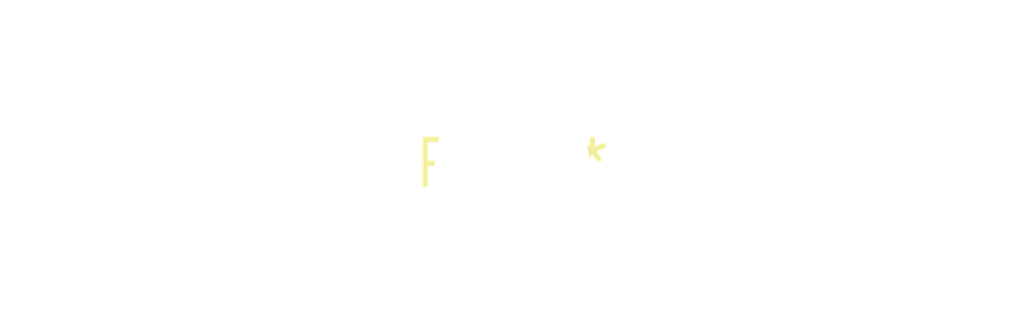
<source format=kicad_pcb>
(kicad_pcb (version 20240108) (generator pcbnew)
  (layers (0 "F.Cu" signal) (31 "B.Cu" signal) (34 "B.Paste" user) (35 "F.Paste" user) (36 "B.SilkS" user "B.Silkscreen") (37 "F.SilkS" user "F.Silkscreen") (38 "B.Mask" user) (39 "F.Mask" user) (44 "Edge.Cuts" user))
  (net 0 "")
  (footprint "MountingHole_4.3mm_M4_Pad" (layer "F.Cu") (at 0 0)
    (property "Reference" "REF**")
    (property "Value" "MountingHole_4.3mm_M4_Pad")
    (pad "1" thru_hole circle (at 0 0) (size 8.6 8.6) (drill 4.3) (layers *.Cu *.Mask) (remove_unused_layers))
  )
)
</source>
